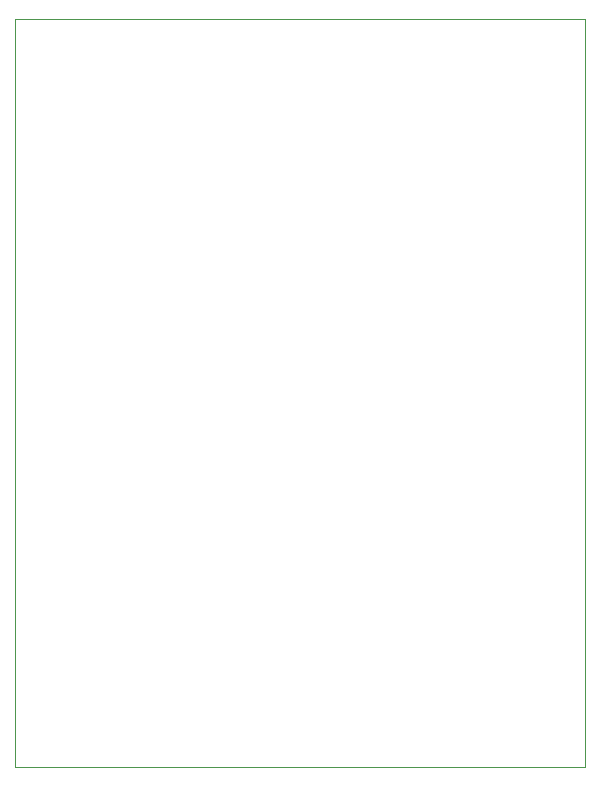
<source format=gm1>
G04 #@! TF.GenerationSoftware,KiCad,Pcbnew,5.1.10*
G04 #@! TF.CreationDate,2021-12-04T16:20:11-06:00*
G04 #@! TF.ProjectId,estacion-esp32,65737461-6369-46f6-9e2d-65737033322e,rev?*
G04 #@! TF.SameCoordinates,Original*
G04 #@! TF.FileFunction,Profile,NP*
%FSLAX46Y46*%
G04 Gerber Fmt 4.6, Leading zero omitted, Abs format (unit mm)*
G04 Created by KiCad (PCBNEW 5.1.10) date 2021-12-04 16:20:11*
%MOMM*%
%LPD*%
G01*
G04 APERTURE LIST*
G04 #@! TA.AperFunction,Profile*
%ADD10C,0.050000*%
G04 #@! TD*
G04 APERTURE END LIST*
D10*
X169164000Y-59232800D02*
X120853200Y-59232800D01*
X169164000Y-122580400D02*
X169164000Y-59232800D01*
X120853200Y-122580400D02*
X169164000Y-122580400D01*
X120853200Y-59232800D02*
X120853200Y-122580400D01*
M02*

</source>
